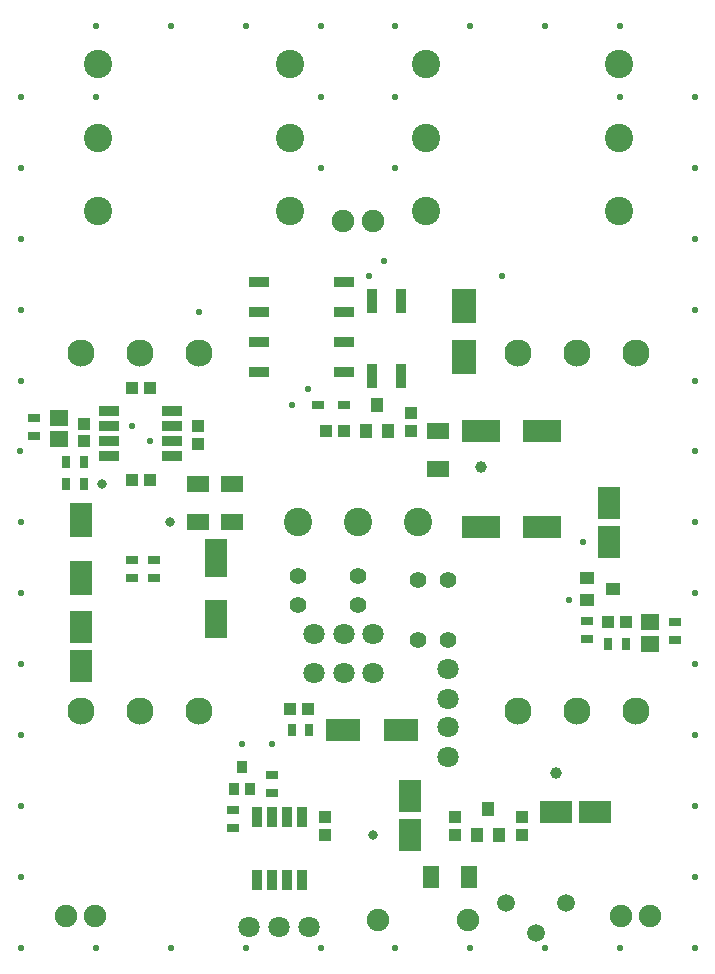
<source format=gts>
%FSLAX46Y46*%
%MOMM*%
%AMPS16*
1,1,2.300000,0.000000,0.000000*
%
%ADD16PS16*%
%AMPS55*
1,1,1.800000,0.000000,0.000000*
%
%ADD55PS55*%
%AMPS26*
1,1,1.800000,0.000000,0.000000*
%
%ADD26PS26*%
%AMPS56*
1,1,2.400000,0.000000,0.000000*
%
%ADD56PS56*%
%AMPS62*
1,1,1.500000,0.000000,0.000000*
%
%ADD62PS62*%
%AMPS29*
1,1,2.400000,0.000000,0.000000*
%
%ADD29PS29*%
%AMPS17*
1,1,1.400000,0.000000,0.000000*
%
%ADD17PS17*%
%AMPS30*
1,1,1.400000,0.000000,0.000000*
%
%ADD30PS30*%
%AMPS54*
1,1,1.400000,0.000000,0.000000*
%
%ADD54PS54*%
%AMPS57*
1,1,1.400000,0.000000,0.000000*
%
%ADD57PS57*%
%AMPS51*
1,1,1.900000,0.000000,0.000000*
%
%ADD51PS51*%
%AMPS48*
1,1,1.900000,0.000000,0.000000*
%
%ADD48PS48*%
%AMPS33*
1,1,1.900000,0.000000,0.000000*
%
%ADD33PS33*%
%AMPS58*
21,1,1.794948,2.941421,0.000000,0.000000,0.000000*
%
%ADD58PS58*%
%AMPS25*
21,1,1.794948,2.941421,0.000000,0.000000,90.000000*
%
%ADD25PS25*%
%AMPS59*
21,1,1.794948,2.941421,0.000000,0.000000,180.000000*
%
%ADD59PS59*%
%AMPS24*
21,1,1.794948,2.941421,0.000000,0.000000,270.000000*
%
%ADD24PS24*%
%AMPS34*
21,1,1.800000,3.150000,0.000000,0.000000,0.000000*
%
%ADD34PS34*%
%AMPS38*
21,1,1.800000,3.150000,0.000000,0.000000,90.000000*
%
%ADD38PS38*%
%AMPS35*
21,1,1.800000,3.150000,0.000000,0.000000,180.000000*
%
%ADD35PS35*%
%AMPS39*
21,1,1.800000,3.150000,0.000000,0.000000,270.000000*
%
%ADD39PS39*%
%AMPS49*
21,1,0.800000,1.750000,0.000000,0.000000,0.000000*
%
%ADD49PS49*%
%AMPS40*
21,1,0.800000,1.750000,0.000000,0.000000,90.000000*
%
%ADD40PS40*%
%AMPS50*
21,1,0.800000,1.750000,0.000000,0.000000,180.000000*
%
%ADD50PS50*%
%AMPS41*
21,1,0.800000,1.750000,0.000000,0.000000,270.000000*
%
%ADD41PS41*%
%AMPS45*
21,1,1.800000,2.700000,0.000000,0.000000,0.000000*
%
%ADD45PS45*%
%AMPS31*
21,1,1.800000,2.700000,0.000000,0.000000,90.000000*
%
%ADD31PS31*%
%AMPS44*
21,1,1.800000,2.700000,0.000000,0.000000,180.000000*
%
%ADD44PS44*%
%AMPS32*
21,1,1.800000,2.700000,0.000000,0.000000,270.000000*
%
%ADD32PS32*%
%AMPS60*
21,1,1.100000,1.200000,0.000000,0.000000,0.000000*
%
%ADD60PS60*%
%AMPS37*
21,1,1.100000,1.200000,0.000000,0.000000,90.000000*
%
%ADD37PS37*%
%AMPS61*
21,1,1.100000,1.200000,0.000000,0.000000,180.000000*
%
%ADD61PS61*%
%AMPS36*
21,1,1.100000,1.200000,0.000000,0.000000,270.000000*
%
%ADD36PS36*%
%AMPS53*
21,1,1.600000,1.300000,0.000000,0.000000,0.000000*
%
%ADD53PS53*%
%AMPS52*
21,1,1.600000,1.300000,0.000000,0.000000,180.000000*
%
%ADD52PS52*%
%AMPS42*
21,1,0.600000,1.100000,0.000000,0.000000,90.000000*
%
%ADD42PS42*%
%AMPS43*
21,1,0.600000,1.100000,0.000000,0.000000,270.000000*
%
%ADD43PS43*%
%AMPS23*
21,1,0.800000,2.000000,0.000000,0.000000,0.000000*
%
%ADD23PS23*%
%AMPS22*
21,1,0.800000,2.000000,0.000000,0.000000,180.000000*
%
%ADD22PS22*%
%AMPS66*
21,1,0.901421,1.691421,0.000000,0.000000,90.000000*
%
%ADD66PS66*%
%AMPS65*
21,1,0.901421,1.691421,0.000000,0.000000,270.000000*
%
%ADD65PS65*%
%AMPS15*
21,1,1.100000,0.700000,0.000000,0.000000,0.000000*
%
%ADD15PS15*%
%AMPS18*
21,1,1.100000,0.700000,0.000000,0.000000,90.000000*
%
%ADD18PS18*%
%AMPS14*
21,1,1.100000,0.700000,0.000000,0.000000,180.000000*
%
%ADD14PS14*%
%AMPS19*
21,1,1.100000,0.700000,0.000000,0.000000,270.000000*
%
%ADD19PS19*%
%AMPS11*
21,1,1.900000,1.300000,0.000000,0.000000,0.000000*
%
%ADD11PS11*%
%AMPS28*
21,1,1.900000,1.300000,0.000000,0.000000,90.000000*
%
%ADD28PS28*%
%AMPS10*
21,1,1.900000,1.300000,0.000000,0.000000,180.000000*
%
%ADD10PS10*%
%AMPS27*
21,1,1.900000,1.300000,0.000000,0.000000,270.000000*
%
%ADD27PS27*%
%AMPS63*
21,1,0.900000,1.100000,0.000000,0.000000,0.000000*
%
%ADD63PS63*%
%AMPS64*
21,1,0.900000,1.100000,0.000000,0.000000,180.000000*
%
%ADD64PS64*%
%AMPS21*
21,1,1.050000,1.000000,0.000000,0.000000,0.000000*
%
%ADD21PS21*%
%AMPS12*
21,1,1.050000,1.000000,0.000000,0.000000,90.000000*
%
%ADD12PS12*%
%AMPS20*
21,1,1.050000,1.000000,0.000000,0.000000,180.000000*
%
%ADD20PS20*%
%AMPS13*
21,1,1.050000,1.000000,0.000000,0.000000,270.000000*
%
%ADD13PS13*%
%AMPS47*
21,1,1.950000,2.850000,0.000000,0.000000,0.000000*
%
%ADD47PS47*%
%AMPS46*
21,1,1.950000,2.850000,0.000000,0.000000,180.000000*
%
%ADD46PS46*%
%AMPS69*
1,1,1.000000,0.000000,0.000000*
%
%ADD69PS69*%
%AMPS68*
1,1,0.800000,0.000000,0.000000*
%
%ADD68PS68*%
%AMPS67*
1,1,0.550000,0.000000,0.000000*
%
%ADD67PS67*%
G01*
G01*
%LPD*%
G75*
D10*
X36240000Y44750000D03*
D11*
X36240000Y41550000D03*
D12*
X25240000Y21220000D03*
D13*
X23740000Y21220000D03*
D14*
X18910000Y12610000D03*
D15*
X18910000Y11110000D03*
D16*
X6000000Y51300000D03*
D16*
X16000000Y51300000D03*
D16*
X11000000Y51300000D03*
D15*
X48860000Y27160000D03*
D14*
X48860000Y28660000D03*
D15*
X2040000Y44340000D03*
D14*
X2040000Y45840000D03*
D17*
X24420000Y29990000D03*
D17*
X29500000Y29990000D03*
D18*
X25380000Y19440000D03*
D19*
X23880000Y19440000D03*
D13*
X10350000Y40620000D03*
D12*
X11850000Y40620000D03*
D20*
X43360000Y12050000D03*
D21*
X43360000Y10550000D03*
D10*
X18800000Y40230000D03*
D11*
X18800000Y37030000D03*
D22*
X30650000Y55700000D03*
D23*
X33150000Y49400000D03*
D23*
X30650000Y49400000D03*
D22*
X33150000Y55700000D03*
D24*
X28250001Y19440000D03*
D25*
X33149999Y19440000D03*
D26*
X30800000Y27570000D03*
D26*
X28300000Y24270000D03*
D26*
X25800000Y24270000D03*
D26*
X30800000Y24270000D03*
D26*
X28300000Y27570000D03*
D26*
X25800000Y27570000D03*
D27*
X35700000Y7000000D03*
D28*
X38900000Y7000000D03*
D29*
X23750000Y63350000D03*
D29*
X23750000Y75800000D03*
D29*
X7450000Y75800000D03*
D29*
X23750000Y69550000D03*
D29*
X7450000Y69550000D03*
D29*
X7450000Y63350000D03*
D26*
X37080000Y24570000D03*
D26*
X37080000Y22030000D03*
D30*
X37080000Y27010000D03*
D30*
X37080000Y32090000D03*
D19*
X4760000Y40240000D03*
D18*
X6260000Y40240000D03*
D31*
X49540000Y12450000D03*
D32*
X46240000Y12450000D03*
D20*
X37690000Y12050000D03*
D21*
X37690000Y10550000D03*
D33*
X31190000Y3300000D03*
D33*
X38810000Y3300000D03*
D34*
X17500000Y28800000D03*
D35*
X17500000Y34000000D03*
D11*
X15970000Y37030000D03*
D10*
X15970000Y40230000D03*
D36*
X48860000Y30410000D03*
D37*
X51060000Y31360000D03*
D36*
X48860000Y32310000D03*
D38*
X45090000Y44750000D03*
D39*
X39890000Y44750000D03*
D40*
X13770000Y46410000D03*
D40*
X13770000Y43860000D03*
D40*
X13770000Y42590000D03*
D41*
X8430000Y42590000D03*
D41*
X8430000Y45140000D03*
D40*
X13770000Y45140000D03*
D41*
X8430000Y46410000D03*
D41*
X8430000Y43860000D03*
D42*
X28275000Y46920000D03*
D43*
X26075000Y46920000D03*
D12*
X11850000Y48380000D03*
D13*
X10350000Y48380000D03*
D44*
X50740000Y38670000D03*
D45*
X50740000Y35370000D03*
D44*
X6000000Y28150000D03*
D45*
X6000000Y24850000D03*
D46*
X38490000Y55290000D03*
D47*
X38490000Y50990000D03*
D48*
X30750000Y62500000D03*
D48*
X28250000Y62500000D03*
D18*
X6260000Y42070000D03*
D19*
X4760000Y42070000D03*
D49*
X24750000Y6710000D03*
D49*
X22200000Y6710000D03*
D49*
X20930000Y6710000D03*
D50*
X20930000Y12050000D03*
D50*
X23480000Y12050000D03*
D49*
X23480000Y6710000D03*
D50*
X24750000Y12050000D03*
D50*
X22200000Y12050000D03*
D16*
X43000000Y21000000D03*
D16*
X53000000Y21000000D03*
D16*
X48000000Y21000000D03*
D20*
X33955000Y46250000D03*
D21*
X33955000Y44750000D03*
D13*
X26775000Y44750000D03*
D12*
X28275000Y44750000D03*
D51*
X4750000Y3650000D03*
D51*
X7250000Y3650000D03*
D20*
X6260000Y45360000D03*
D21*
X6260000Y43860000D03*
D15*
X56370000Y27030000D03*
D14*
X56370000Y28530000D03*
D21*
X26730000Y10550000D03*
D20*
X26730000Y12050000D03*
D52*
X4170000Y45840000D03*
D53*
X4170000Y44040000D03*
D54*
X29500000Y32490000D03*
D54*
X24420000Y32490000D03*
D55*
X20265000Y2775000D03*
D55*
X22805000Y2775000D03*
D55*
X25345000Y2775000D03*
D56*
X29500000Y37000000D03*
D56*
X34580000Y37000000D03*
D56*
X24420000Y37000000D03*
D51*
X51750000Y3650000D03*
D51*
X54250000Y3650000D03*
D57*
X34580000Y32090000D03*
D57*
X34580000Y27010000D03*
D14*
X22200000Y15590000D03*
D15*
X22200000Y14090000D03*
D16*
X43000000Y51300000D03*
D16*
X53000000Y51300000D03*
D16*
X48000000Y51300000D03*
D14*
X12180000Y33800001D03*
D15*
X12180000Y32300001D03*
D18*
X52150000Y26740000D03*
D19*
X50650000Y26740000D03*
D58*
X6000000Y32300001D03*
D59*
X6000000Y37199999D03*
D21*
X15940000Y43640000D03*
D20*
X15940000Y45140000D03*
D26*
X37080000Y19700000D03*
D26*
X37080000Y17160000D03*
D60*
X41470000Y10550000D03*
D61*
X40520000Y12750000D03*
D60*
X39570000Y10550000D03*
D62*
X47140000Y4770000D03*
D62*
X44600000Y2230000D03*
D62*
X42060000Y4770000D03*
D63*
X19020000Y14390000D03*
D63*
X20320000Y14390000D03*
D64*
X19670000Y16290000D03*
D13*
X50650000Y28530000D03*
D12*
X52150000Y28530000D03*
D60*
X32065000Y44750000D03*
D61*
X31115000Y46950000D03*
D60*
X30165000Y44750000D03*
D65*
X21125000Y49690000D03*
D66*
X28275000Y52230000D03*
D66*
X28275000Y57310000D03*
D66*
X28275000Y54770000D03*
D65*
X21125000Y52230000D03*
D65*
X21125000Y57310000D03*
D66*
X28275000Y49690000D03*
D65*
X21125000Y54770000D03*
D16*
X6000000Y21000000D03*
D16*
X16000000Y21000000D03*
D16*
X11000000Y21000000D03*
D44*
X33900000Y13850000D03*
D45*
X33900000Y10550000D03*
D14*
X10350000Y33800001D03*
D15*
X10350000Y32300001D03*
D29*
X51550000Y63350000D03*
D29*
X51550000Y75800000D03*
D29*
X35250000Y75800000D03*
D29*
X51550000Y69550000D03*
D29*
X35250000Y69550000D03*
D29*
X35250000Y63350000D03*
D53*
X54240000Y26740000D03*
D52*
X54240000Y28540000D03*
D38*
X45090000Y36620000D03*
D39*
X39890000Y36620000D03*
D67*
X51664000Y1000000D03*
D67*
X41700000Y57900000D03*
D67*
X10350000Y45140000D03*
D67*
X57997000Y73000000D03*
D67*
X23895000Y46920000D03*
D67*
X19999000Y1000000D03*
D67*
X32665000Y79000000D03*
D67*
X1000000Y67000000D03*
D68*
X13580000Y37030000D03*
D67*
X19670000Y18200000D03*
D67*
X1000000Y1000000D03*
D67*
X11850000Y43860000D03*
D67*
X7333000Y73000000D03*
D67*
X1000000Y73000000D03*
D67*
X13666000Y1000000D03*
D67*
X22200000Y18200000D03*
D67*
X30400000Y57900000D03*
D67*
X57997000Y55000000D03*
D67*
X16030000Y54770000D03*
D67*
X57997000Y49000000D03*
D67*
X26332000Y79000000D03*
D67*
X1000000Y19000000D03*
D67*
X32665000Y73000000D03*
D67*
X900000Y43000000D03*
D67*
X26332000Y73000000D03*
D67*
X1000000Y61000000D03*
D67*
X57997000Y7000000D03*
D67*
X57997000Y1000000D03*
D67*
X13666000Y79000000D03*
D67*
X1000000Y31000000D03*
D67*
X32665000Y1000000D03*
D67*
X32665000Y67000000D03*
D67*
X57997000Y67000000D03*
D67*
X26332000Y1000000D03*
D67*
X57997000Y25000000D03*
D67*
X1000000Y13000000D03*
D67*
X1000000Y37000000D03*
D67*
X1000000Y49000000D03*
D69*
X46240000Y15770000D03*
D67*
X45331000Y1000000D03*
D67*
X26332000Y67000000D03*
D67*
X57997000Y43000000D03*
D68*
X30750000Y10550000D03*
D67*
X38998000Y79000000D03*
D67*
X57997000Y37000000D03*
D67*
X51664000Y73000000D03*
D67*
X1000000Y55000000D03*
D67*
X45331000Y79000000D03*
D67*
X19999000Y79000000D03*
D67*
X51664000Y79000000D03*
D67*
X57997000Y61000000D03*
D67*
X31700000Y59100000D03*
D67*
X57997000Y13000000D03*
D67*
X1000000Y25000000D03*
D69*
X39890000Y41670000D03*
D67*
X47350000Y30410000D03*
D67*
X7333000Y1000000D03*
D68*
X7840000Y40240000D03*
D67*
X57997000Y19000000D03*
D67*
X25300000Y48300000D03*
D67*
X38998000Y1000000D03*
D67*
X48560000Y35370000D03*
D67*
X57997000Y31000000D03*
D67*
X7333000Y79000000D03*
D67*
X1000000Y7000000D03*
M02*

</source>
